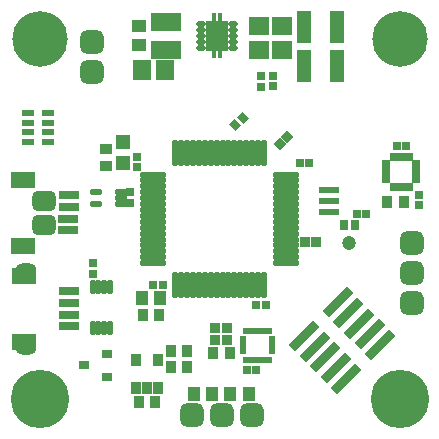
<source format=gbs>
G04 Layer_Color=8150272*
%FSLAX25Y25*%
%MOIN*%
G70*
G01*
G75*
%ADD98R,0.02965X0.02572*%
%ADD104R,0.02965X0.03359*%
G04:AMPARAMS|DCode=105|XSize=78.87mil|YSize=78.87mil|CornerRadius=21.72mil|HoleSize=0mil|Usage=FLASHONLY|Rotation=0.000|XOffset=0mil|YOffset=0mil|HoleType=Round|Shape=RoundedRectangle|*
%AMROUNDEDRECTD105*
21,1,0.07887,0.03543,0,0,0.0*
21,1,0.03543,0.07887,0,0,0.0*
1,1,0.04343,0.01772,-0.01772*
1,1,0.04343,-0.01772,-0.01772*
1,1,0.04343,-0.01772,0.01772*
1,1,0.04343,0.01772,0.01772*
%
%ADD105ROUNDEDRECTD105*%
%ADD106R,0.03556X0.04343*%
%ADD107R,0.04343X0.03556*%
%ADD116R,0.04343X0.04737*%
%ADD117R,0.04737X0.04343*%
%ADD118R,0.02847X0.02847*%
G04:AMPARAMS|DCode=119|XSize=78.87mil|YSize=78.87mil|CornerRadius=21.72mil|HoleSize=0mil|Usage=FLASHONLY|Rotation=270.000|XOffset=0mil|YOffset=0mil|HoleType=Round|Shape=RoundedRectangle|*
%AMROUNDEDRECTD119*
21,1,0.07887,0.03543,0,0,270.0*
21,1,0.03543,0.07887,0,0,270.0*
1,1,0.04343,-0.01772,-0.01772*
1,1,0.04343,-0.01772,0.01772*
1,1,0.04343,0.01772,0.01772*
1,1,0.04343,0.01772,-0.01772*
%
%ADD119ROUNDEDRECTD119*%
%ADD120R,0.03556X0.03162*%
%ADD127R,0.02847X0.02847*%
%ADD128P,0.04027X4X180.0*%
%ADD130R,0.06902X0.03162*%
%ADD131R,0.07887X0.05524*%
%ADD137O,0.07099X0.04343*%
%ADD138C,0.19501*%
%ADD139C,0.18517*%
%ADD140R,0.03359X0.04343*%
%ADD141R,0.03635X0.03635*%
%ADD142R,0.04343X0.02473*%
G04:AMPARAMS|DCode=143|XSize=114mil|YSize=33mil|CornerRadius=0mil|HoleSize=0mil|Usage=FLASHONLY|Rotation=225.000|XOffset=0mil|YOffset=0mil|HoleType=Round|Shape=Rectangle|*
%AMROTATEDRECTD143*
4,1,4,0.02864,0.05197,0.05197,0.02864,-0.02864,-0.05197,-0.05197,-0.02864,0.02864,0.05197,0.0*
%
%ADD143ROTATEDRECTD143*%

%ADD144R,0.04540X0.11036*%
%ADD145R,0.01981X0.02572*%
%ADD146R,0.02572X0.01981*%
%ADD147R,0.06115X0.06902*%
%ADD148R,0.06902X0.06115*%
%ADD149R,0.09934X0.06430*%
%ADD150R,0.07296X0.10249*%
%ADD151O,0.03359X0.01784*%
%ADD152R,0.01784X0.04737*%
%ADD153R,0.05131X0.05131*%
G04:AMPARAMS|DCode=154|XSize=29.65mil|YSize=25.72mil|CornerRadius=0mil|HoleSize=0mil|Usage=FLASHONLY|Rotation=315.000|XOffset=0mil|YOffset=0mil|HoleType=Round|Shape=Rectangle|*
%AMROTATEDRECTD154*
4,1,4,-0.01958,0.00139,-0.00139,0.01958,0.01958,-0.00139,0.00139,-0.01958,-0.01958,0.00139,0.0*
%
%ADD154ROTATEDRECTD154*%

%ADD155R,0.07099X0.01981*%
G04:AMPARAMS|DCode=156|XSize=19.81mil|YSize=39.5mil|CornerRadius=5.95mil|HoleSize=0mil|Usage=FLASHONLY|Rotation=90.000|XOffset=0mil|YOffset=0mil|HoleType=Round|Shape=RoundedRectangle|*
%AMROUNDEDRECTD156*
21,1,0.01981,0.02760,0,0,90.0*
21,1,0.00791,0.03950,0,0,90.0*
1,1,0.01190,0.01380,0.00396*
1,1,0.01190,0.01380,-0.00396*
1,1,0.01190,-0.01380,-0.00396*
1,1,0.01190,-0.01380,0.00396*
%
%ADD156ROUNDEDRECTD156*%
%ADD157R,0.02375X0.01981*%
%ADD158R,0.01981X0.02375*%
G04:AMPARAMS|DCode=159|XSize=19.81mil|YSize=47.37mil|CornerRadius=5.95mil|HoleSize=0mil|Usage=FLASHONLY|Rotation=180.000|XOffset=0mil|YOffset=0mil|HoleType=Round|Shape=RoundedRectangle|*
%AMROUNDEDRECTD159*
21,1,0.01981,0.03547,0,0,180.0*
21,1,0.00791,0.04737,0,0,180.0*
1,1,0.01190,-0.00396,0.01774*
1,1,0.01190,0.00396,0.01774*
1,1,0.01190,0.00396,-0.01774*
1,1,0.01190,-0.00396,-0.01774*
%
%ADD159ROUNDEDRECTD159*%
%ADD160C,0.04737*%
%ADD161O,0.01981X0.09068*%
%ADD162O,0.09068X0.01981*%
G04:AMPARAMS|DCode=163|XSize=67.06mil|YSize=78.87mil|CornerRadius=18.76mil|HoleSize=0mil|Usage=FLASHONLY|Rotation=270.000|XOffset=0mil|YOffset=0mil|HoleType=Round|Shape=RoundedRectangle|*
%AMROUNDEDRECTD163*
21,1,0.06706,0.04134,0,0,270.0*
21,1,0.02953,0.07887,0,0,270.0*
1,1,0.03753,-0.02067,-0.01476*
1,1,0.03753,-0.02067,0.01476*
1,1,0.03753,0.02067,0.01476*
1,1,0.03753,0.02067,-0.01476*
%
%ADD163ROUNDEDRECTD163*%
D98*
X188740Y218562D02*
D03*
Y215018D02*
D03*
X141142Y176181D02*
D03*
Y179724D02*
D03*
X128740Y156102D02*
D03*
Y152559D02*
D03*
X184646Y218504D02*
D03*
Y214961D02*
D03*
D104*
X216142Y168701D02*
D03*
X212205D02*
D03*
D105*
X181653Y105512D02*
D03*
X171653D02*
D03*
X161653D02*
D03*
D106*
X143996Y109941D02*
D03*
X149508D02*
D03*
X160138Y121457D02*
D03*
X154626D02*
D03*
X160138Y126969D02*
D03*
X154626D02*
D03*
X168799Y126279D02*
D03*
X174311D02*
D03*
X145276Y138976D02*
D03*
X150787D02*
D03*
X232283Y176378D02*
D03*
X226772D02*
D03*
D107*
X133071Y194095D02*
D03*
Y188583D02*
D03*
D116*
X180709Y112598D02*
D03*
X174409D02*
D03*
X162205D02*
D03*
X168504D02*
D03*
X144882Y144488D02*
D03*
X151181D02*
D03*
D117*
X144095Y228740D02*
D03*
Y235039D02*
D03*
D118*
X233071Y195276D02*
D03*
X229921D02*
D03*
X200787Y189370D02*
D03*
X197638D02*
D03*
X186221Y142126D02*
D03*
X183071D02*
D03*
X148819Y148819D02*
D03*
X151969D02*
D03*
X219685Y172441D02*
D03*
X216535D02*
D03*
X180020Y120571D02*
D03*
X183169D02*
D03*
D119*
X234941Y162756D02*
D03*
Y152756D02*
D03*
Y142756D02*
D03*
X128445Y219823D02*
D03*
Y229823D02*
D03*
D120*
X133465Y118307D02*
D03*
Y125787D02*
D03*
X125591Y122047D02*
D03*
D127*
X237402Y178740D02*
D03*
Y175591D02*
D03*
X143307Y191339D02*
D03*
Y188189D02*
D03*
D128*
X193239Y198062D02*
D03*
X191012Y195835D02*
D03*
D130*
X120497Y167028D02*
D03*
Y170965D02*
D03*
X120546Y174902D02*
D03*
Y178839D02*
D03*
X120842Y146850D02*
D03*
Y142913D02*
D03*
X120792Y138976D02*
D03*
Y135039D02*
D03*
D131*
X105240Y161909D02*
D03*
Y183957D02*
D03*
X105535Y151969D02*
D03*
Y129921D02*
D03*
D137*
X106496Y153937D02*
D03*
Y127953D02*
D03*
D138*
X231004Y110728D02*
D03*
X110925D02*
D03*
D139*
Y230807D02*
D03*
X231004D02*
D03*
D140*
X150492Y114469D02*
D03*
X146752D02*
D03*
X143012D02*
D03*
Y123917D02*
D03*
X150492D02*
D03*
D141*
X173327Y130512D02*
D03*
X169390D02*
D03*
X169488Y134350D02*
D03*
X173425D02*
D03*
X203150Y162992D02*
D03*
X199213D02*
D03*
D142*
X113583Y206004D02*
D03*
X113583Y202854D02*
D03*
Y199705D02*
D03*
Y196555D02*
D03*
X106890D02*
D03*
Y199705D02*
D03*
Y202854D02*
D03*
Y206004D02*
D03*
D143*
X213127Y117587D02*
D03*
X224441Y128901D02*
D03*
X209591Y121123D02*
D03*
X220905Y132436D02*
D03*
X206056Y124658D02*
D03*
X217369Y135972D02*
D03*
X202520Y128194D02*
D03*
X213834Y139507D02*
D03*
X198985Y131729D02*
D03*
X210298Y143043D02*
D03*
D144*
X210039Y221752D02*
D03*
X199016D02*
D03*
X210039Y234842D02*
D03*
X199016D02*
D03*
D145*
X228543Y191634D02*
D03*
X230512D02*
D03*
X232480D02*
D03*
X234449D02*
D03*
Y181595D02*
D03*
X232480D02*
D03*
X230512D02*
D03*
X228543D02*
D03*
D146*
X236515Y189567D02*
D03*
Y187599D02*
D03*
Y185631D02*
D03*
Y183662D02*
D03*
X226476D02*
D03*
Y185631D02*
D03*
Y187599D02*
D03*
Y189567D02*
D03*
D147*
X144882Y220472D02*
D03*
X152756D02*
D03*
D148*
X191831Y227165D02*
D03*
Y235039D02*
D03*
X184055D02*
D03*
Y227165D02*
D03*
D149*
X153150Y236555D02*
D03*
Y227224D02*
D03*
D150*
X170079Y231890D02*
D03*
D151*
X175492Y227953D02*
D03*
Y229921D02*
D03*
Y231890D02*
D03*
Y233858D02*
D03*
Y235827D02*
D03*
X164665D02*
D03*
Y233858D02*
D03*
Y231890D02*
D03*
Y229921D02*
D03*
Y227953D02*
D03*
D152*
X171063Y226772D02*
D03*
X169095D02*
D03*
Y237008D02*
D03*
X171063D02*
D03*
D153*
X138583Y196457D02*
D03*
Y189370D02*
D03*
D154*
X176109Y202094D02*
D03*
X178615Y204599D02*
D03*
D155*
X207480Y173031D02*
D03*
Y176772D02*
D03*
Y180512D02*
D03*
D156*
X137992Y179921D02*
D03*
Y177953D02*
D03*
Y175984D02*
D03*
X129724D02*
D03*
Y179921D02*
D03*
D157*
X178642Y130709D02*
D03*
Y128740D02*
D03*
Y126772D02*
D03*
X188287D02*
D03*
Y128740D02*
D03*
Y130709D02*
D03*
D158*
X179528Y123917D02*
D03*
X181496D02*
D03*
X183465D02*
D03*
X185433D02*
D03*
X187402D02*
D03*
Y133563D02*
D03*
X185433D02*
D03*
X183465D02*
D03*
X181496D02*
D03*
X179528D02*
D03*
D159*
X128543Y148031D02*
D03*
X130512D02*
D03*
X132480D02*
D03*
X134449D02*
D03*
X128543Y134646D02*
D03*
X130512D02*
D03*
X132480D02*
D03*
X134449D02*
D03*
D160*
X214173Y162795D02*
D03*
D161*
X185630Y192913D02*
D03*
X183661D02*
D03*
X181693D02*
D03*
X179724D02*
D03*
X177756D02*
D03*
X175787D02*
D03*
X173819D02*
D03*
X171850D02*
D03*
X169882D02*
D03*
X167913D02*
D03*
X165945D02*
D03*
X163976D02*
D03*
X162008D02*
D03*
X160039D02*
D03*
X158071D02*
D03*
X156102D02*
D03*
Y148819D02*
D03*
X158071D02*
D03*
X160039D02*
D03*
X162008D02*
D03*
X163976D02*
D03*
X165945D02*
D03*
X167913D02*
D03*
X169882D02*
D03*
X171850D02*
D03*
X173819D02*
D03*
X175787D02*
D03*
X177756D02*
D03*
X179724D02*
D03*
X181693D02*
D03*
X183661D02*
D03*
X185630D02*
D03*
D162*
X148819Y185630D02*
D03*
Y183661D02*
D03*
Y181693D02*
D03*
Y179724D02*
D03*
Y177756D02*
D03*
Y175787D02*
D03*
Y173819D02*
D03*
Y171850D02*
D03*
Y169882D02*
D03*
Y167913D02*
D03*
Y165945D02*
D03*
Y163976D02*
D03*
Y162008D02*
D03*
Y160039D02*
D03*
Y158071D02*
D03*
Y156102D02*
D03*
X192913D02*
D03*
Y158071D02*
D03*
Y160039D02*
D03*
Y162008D02*
D03*
Y163976D02*
D03*
Y165945D02*
D03*
Y167913D02*
D03*
Y169882D02*
D03*
Y171850D02*
D03*
Y173819D02*
D03*
Y175787D02*
D03*
Y177756D02*
D03*
Y179724D02*
D03*
Y181693D02*
D03*
Y183661D02*
D03*
Y185630D02*
D03*
D163*
X112205Y168799D02*
D03*
Y176673D02*
D03*
M02*

</source>
